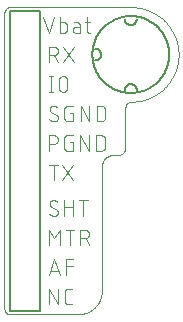
<source format=gto>
G75*
%MOIN*%
%OFA0B0*%
%FSLAX25Y25*%
%IPPOS*%
%LPD*%
%AMOC8*
5,1,8,0,0,1.08239X$1,22.5*
%
%ADD10C,0.00000*%
%ADD11C,0.00400*%
%ADD12C,0.00500*%
D10*
X0043854Y0005437D02*
X0043854Y0103862D01*
X0043853Y0103862D02*
X0043855Y0103948D01*
X0043860Y0104034D01*
X0043870Y0104119D01*
X0043883Y0104204D01*
X0043900Y0104288D01*
X0043920Y0104372D01*
X0043944Y0104454D01*
X0043972Y0104535D01*
X0044003Y0104616D01*
X0044037Y0104694D01*
X0044075Y0104771D01*
X0044117Y0104847D01*
X0044161Y0104920D01*
X0044209Y0104991D01*
X0044260Y0105061D01*
X0044314Y0105128D01*
X0044370Y0105192D01*
X0044430Y0105254D01*
X0044492Y0105314D01*
X0044556Y0105370D01*
X0044623Y0105424D01*
X0044693Y0105475D01*
X0044764Y0105523D01*
X0044838Y0105567D01*
X0044913Y0105609D01*
X0044990Y0105647D01*
X0045068Y0105681D01*
X0045149Y0105712D01*
X0045230Y0105740D01*
X0045312Y0105764D01*
X0045396Y0105784D01*
X0045480Y0105801D01*
X0045565Y0105814D01*
X0045650Y0105824D01*
X0045736Y0105829D01*
X0045822Y0105831D01*
X0086176Y0105831D01*
X0101924Y0090083D02*
X0101919Y0089702D01*
X0101906Y0089322D01*
X0101883Y0088942D01*
X0101850Y0088563D01*
X0101809Y0088185D01*
X0101759Y0087808D01*
X0101699Y0087432D01*
X0101631Y0087057D01*
X0101553Y0086685D01*
X0101466Y0086314D01*
X0101371Y0085946D01*
X0101266Y0085580D01*
X0101153Y0085217D01*
X0101031Y0084856D01*
X0100901Y0084499D01*
X0100761Y0084145D01*
X0100614Y0083794D01*
X0100457Y0083447D01*
X0100293Y0083104D01*
X0100120Y0082765D01*
X0099939Y0082430D01*
X0099750Y0082099D01*
X0099553Y0081774D01*
X0099349Y0081453D01*
X0099136Y0081137D01*
X0098916Y0080827D01*
X0098689Y0080521D01*
X0098454Y0080222D01*
X0098212Y0079928D01*
X0097964Y0079640D01*
X0097708Y0079358D01*
X0097445Y0079083D01*
X0097176Y0078814D01*
X0096901Y0078551D01*
X0096619Y0078295D01*
X0096331Y0078047D01*
X0096037Y0077805D01*
X0095738Y0077570D01*
X0095432Y0077343D01*
X0095122Y0077123D01*
X0094806Y0076910D01*
X0094485Y0076706D01*
X0094160Y0076509D01*
X0093829Y0076320D01*
X0093494Y0076139D01*
X0093155Y0075966D01*
X0092812Y0075802D01*
X0092465Y0075645D01*
X0092114Y0075498D01*
X0091760Y0075358D01*
X0091403Y0075228D01*
X0091042Y0075106D01*
X0090679Y0074993D01*
X0090313Y0074888D01*
X0089945Y0074793D01*
X0089574Y0074706D01*
X0089202Y0074628D01*
X0088827Y0074560D01*
X0088451Y0074500D01*
X0088074Y0074450D01*
X0087696Y0074409D01*
X0087317Y0074376D01*
X0086937Y0074353D01*
X0086557Y0074340D01*
X0086176Y0074335D01*
X0086090Y0074333D01*
X0086004Y0074328D01*
X0085919Y0074318D01*
X0085834Y0074305D01*
X0085750Y0074288D01*
X0085666Y0074268D01*
X0085584Y0074244D01*
X0085503Y0074216D01*
X0085422Y0074185D01*
X0085344Y0074151D01*
X0085267Y0074113D01*
X0085192Y0074071D01*
X0085118Y0074027D01*
X0085047Y0073979D01*
X0084977Y0073928D01*
X0084910Y0073874D01*
X0084846Y0073818D01*
X0084784Y0073758D01*
X0084724Y0073696D01*
X0084668Y0073632D01*
X0084614Y0073565D01*
X0084563Y0073495D01*
X0084515Y0073424D01*
X0084471Y0073351D01*
X0084429Y0073275D01*
X0084391Y0073198D01*
X0084357Y0073120D01*
X0084326Y0073039D01*
X0084298Y0072958D01*
X0084274Y0072876D01*
X0084254Y0072792D01*
X0084237Y0072708D01*
X0084224Y0072623D01*
X0084214Y0072538D01*
X0084209Y0072452D01*
X0084207Y0072366D01*
X0084208Y0072366D02*
X0084208Y0058980D01*
X0084206Y0058885D01*
X0084200Y0058790D01*
X0084191Y0058695D01*
X0084177Y0058601D01*
X0084160Y0058508D01*
X0084139Y0058415D01*
X0084115Y0058323D01*
X0084086Y0058232D01*
X0084055Y0058142D01*
X0084019Y0058054D01*
X0083980Y0057967D01*
X0083937Y0057882D01*
X0083892Y0057799D01*
X0083842Y0057718D01*
X0083790Y0057638D01*
X0083734Y0057561D01*
X0083676Y0057486D01*
X0083614Y0057414D01*
X0083549Y0057344D01*
X0083482Y0057277D01*
X0083412Y0057212D01*
X0083340Y0057150D01*
X0083265Y0057092D01*
X0083188Y0057036D01*
X0083108Y0056984D01*
X0083027Y0056934D01*
X0082944Y0056889D01*
X0082859Y0056846D01*
X0082772Y0056807D01*
X0082684Y0056771D01*
X0082594Y0056740D01*
X0082503Y0056711D01*
X0082411Y0056687D01*
X0082318Y0056666D01*
X0082225Y0056649D01*
X0082131Y0056635D01*
X0082036Y0056626D01*
X0081941Y0056620D01*
X0081846Y0056618D01*
X0080271Y0056618D01*
X0080147Y0056616D01*
X0080024Y0056610D01*
X0079900Y0056601D01*
X0079778Y0056587D01*
X0079655Y0056570D01*
X0079533Y0056548D01*
X0079412Y0056523D01*
X0079292Y0056494D01*
X0079173Y0056462D01*
X0079054Y0056425D01*
X0078937Y0056385D01*
X0078822Y0056342D01*
X0078707Y0056294D01*
X0078595Y0056243D01*
X0078484Y0056189D01*
X0078374Y0056131D01*
X0078267Y0056070D01*
X0078161Y0056005D01*
X0078058Y0055937D01*
X0077957Y0055866D01*
X0077858Y0055792D01*
X0077761Y0055715D01*
X0077667Y0055634D01*
X0077576Y0055551D01*
X0077487Y0055465D01*
X0077401Y0055376D01*
X0077318Y0055285D01*
X0077237Y0055191D01*
X0077160Y0055094D01*
X0077086Y0054995D01*
X0077015Y0054894D01*
X0076947Y0054791D01*
X0076882Y0054685D01*
X0076821Y0054578D01*
X0076763Y0054468D01*
X0076709Y0054357D01*
X0076658Y0054245D01*
X0076610Y0054130D01*
X0076567Y0054015D01*
X0076527Y0053898D01*
X0076490Y0053779D01*
X0076458Y0053660D01*
X0076429Y0053540D01*
X0076404Y0053419D01*
X0076382Y0053297D01*
X0076365Y0053174D01*
X0076351Y0053052D01*
X0076342Y0052928D01*
X0076336Y0052805D01*
X0076334Y0052681D01*
X0076334Y0011343D01*
X0076332Y0011153D01*
X0076325Y0010963D01*
X0076313Y0010773D01*
X0076297Y0010583D01*
X0076277Y0010394D01*
X0076251Y0010205D01*
X0076222Y0010017D01*
X0076187Y0009830D01*
X0076148Y0009644D01*
X0076105Y0009459D01*
X0076057Y0009274D01*
X0076005Y0009091D01*
X0075949Y0008910D01*
X0075888Y0008730D01*
X0075822Y0008551D01*
X0075753Y0008374D01*
X0075679Y0008198D01*
X0075601Y0008025D01*
X0075518Y0007853D01*
X0075432Y0007684D01*
X0075342Y0007516D01*
X0075247Y0007351D01*
X0075149Y0007188D01*
X0075046Y0007028D01*
X0074940Y0006870D01*
X0074830Y0006715D01*
X0074717Y0006562D01*
X0074599Y0006412D01*
X0074478Y0006266D01*
X0074354Y0006122D01*
X0074226Y0005981D01*
X0074095Y0005843D01*
X0073960Y0005708D01*
X0073822Y0005577D01*
X0073681Y0005449D01*
X0073537Y0005325D01*
X0073391Y0005204D01*
X0073241Y0005086D01*
X0073088Y0004973D01*
X0072933Y0004863D01*
X0072775Y0004757D01*
X0072615Y0004654D01*
X0072452Y0004556D01*
X0072287Y0004461D01*
X0072119Y0004371D01*
X0071950Y0004285D01*
X0071778Y0004202D01*
X0071605Y0004124D01*
X0071429Y0004050D01*
X0071252Y0003981D01*
X0071073Y0003915D01*
X0070893Y0003854D01*
X0070712Y0003798D01*
X0070529Y0003746D01*
X0070344Y0003698D01*
X0070159Y0003655D01*
X0069973Y0003616D01*
X0069786Y0003581D01*
X0069598Y0003552D01*
X0069409Y0003526D01*
X0069220Y0003506D01*
X0069030Y0003490D01*
X0068840Y0003478D01*
X0068650Y0003471D01*
X0068460Y0003469D01*
X0045822Y0003469D01*
X0045822Y0003468D02*
X0045736Y0003470D01*
X0045650Y0003475D01*
X0045565Y0003485D01*
X0045480Y0003498D01*
X0045396Y0003515D01*
X0045312Y0003535D01*
X0045230Y0003559D01*
X0045149Y0003587D01*
X0045068Y0003618D01*
X0044990Y0003652D01*
X0044913Y0003690D01*
X0044838Y0003732D01*
X0044764Y0003776D01*
X0044693Y0003824D01*
X0044623Y0003875D01*
X0044556Y0003929D01*
X0044492Y0003985D01*
X0044430Y0004045D01*
X0044370Y0004107D01*
X0044314Y0004171D01*
X0044260Y0004238D01*
X0044209Y0004308D01*
X0044161Y0004379D01*
X0044117Y0004453D01*
X0044075Y0004528D01*
X0044037Y0004605D01*
X0044003Y0004683D01*
X0043972Y0004764D01*
X0043944Y0004845D01*
X0043920Y0004927D01*
X0043900Y0005011D01*
X0043883Y0005095D01*
X0043870Y0005180D01*
X0043860Y0005265D01*
X0043855Y0005351D01*
X0043853Y0005437D01*
X0101924Y0090083D02*
X0101919Y0090464D01*
X0101906Y0090844D01*
X0101883Y0091224D01*
X0101850Y0091603D01*
X0101809Y0091981D01*
X0101759Y0092358D01*
X0101699Y0092734D01*
X0101631Y0093109D01*
X0101553Y0093481D01*
X0101466Y0093852D01*
X0101371Y0094220D01*
X0101266Y0094586D01*
X0101153Y0094949D01*
X0101031Y0095310D01*
X0100901Y0095667D01*
X0100761Y0096021D01*
X0100614Y0096372D01*
X0100457Y0096719D01*
X0100293Y0097062D01*
X0100120Y0097401D01*
X0099939Y0097736D01*
X0099750Y0098067D01*
X0099553Y0098392D01*
X0099349Y0098713D01*
X0099136Y0099029D01*
X0098916Y0099339D01*
X0098689Y0099645D01*
X0098454Y0099944D01*
X0098212Y0100238D01*
X0097964Y0100526D01*
X0097708Y0100808D01*
X0097445Y0101083D01*
X0097176Y0101352D01*
X0096901Y0101615D01*
X0096619Y0101871D01*
X0096331Y0102119D01*
X0096037Y0102361D01*
X0095738Y0102596D01*
X0095432Y0102823D01*
X0095122Y0103043D01*
X0094806Y0103256D01*
X0094485Y0103460D01*
X0094160Y0103657D01*
X0093829Y0103846D01*
X0093494Y0104027D01*
X0093155Y0104200D01*
X0092812Y0104364D01*
X0092465Y0104521D01*
X0092114Y0104668D01*
X0091760Y0104808D01*
X0091403Y0104938D01*
X0091042Y0105060D01*
X0090679Y0105173D01*
X0090313Y0105278D01*
X0089945Y0105373D01*
X0089574Y0105460D01*
X0089202Y0105538D01*
X0088827Y0105606D01*
X0088451Y0105666D01*
X0088074Y0105716D01*
X0087696Y0105757D01*
X0087317Y0105790D01*
X0086937Y0105813D01*
X0086557Y0105826D01*
X0086176Y0105831D01*
D11*
X0072514Y0100792D02*
X0070781Y0100792D01*
X0071359Y0102525D02*
X0071359Y0098192D01*
X0071358Y0098192D02*
X0071360Y0098135D01*
X0071365Y0098079D01*
X0071375Y0098023D01*
X0071388Y0097968D01*
X0071404Y0097913D01*
X0071424Y0097860D01*
X0071447Y0097809D01*
X0071474Y0097758D01*
X0071504Y0097710D01*
X0071537Y0097664D01*
X0071573Y0097620D01*
X0071612Y0097579D01*
X0071653Y0097540D01*
X0071697Y0097504D01*
X0071743Y0097471D01*
X0071792Y0097441D01*
X0071842Y0097414D01*
X0071893Y0097391D01*
X0071946Y0097371D01*
X0072001Y0097355D01*
X0072056Y0097342D01*
X0072112Y0097332D01*
X0072168Y0097327D01*
X0072225Y0097325D01*
X0072514Y0097325D01*
X0068953Y0097325D02*
X0068953Y0099925D01*
X0068953Y0099347D02*
X0067653Y0099347D01*
X0068954Y0099925D02*
X0068952Y0099982D01*
X0068947Y0100038D01*
X0068937Y0100094D01*
X0068924Y0100149D01*
X0068908Y0100204D01*
X0068888Y0100257D01*
X0068865Y0100308D01*
X0068838Y0100359D01*
X0068808Y0100407D01*
X0068775Y0100453D01*
X0068739Y0100497D01*
X0068700Y0100538D01*
X0068659Y0100577D01*
X0068615Y0100613D01*
X0068569Y0100646D01*
X0068521Y0100676D01*
X0068470Y0100703D01*
X0068419Y0100726D01*
X0068366Y0100746D01*
X0068311Y0100762D01*
X0068256Y0100775D01*
X0068200Y0100785D01*
X0068144Y0100790D01*
X0068087Y0100792D01*
X0066931Y0100792D01*
X0067653Y0099347D02*
X0067591Y0099345D01*
X0067529Y0099339D01*
X0067467Y0099330D01*
X0067406Y0099316D01*
X0067347Y0099299D01*
X0067288Y0099279D01*
X0067230Y0099254D01*
X0067175Y0099227D01*
X0067121Y0099196D01*
X0067069Y0099161D01*
X0067019Y0099124D01*
X0066972Y0099083D01*
X0066927Y0099040D01*
X0066885Y0098994D01*
X0066846Y0098945D01*
X0066810Y0098894D01*
X0066777Y0098842D01*
X0066748Y0098787D01*
X0066722Y0098730D01*
X0066699Y0098672D01*
X0066681Y0098613D01*
X0066665Y0098552D01*
X0066654Y0098491D01*
X0066646Y0098429D01*
X0066642Y0098367D01*
X0066642Y0098305D01*
X0066646Y0098243D01*
X0066654Y0098181D01*
X0066665Y0098120D01*
X0066681Y0098059D01*
X0066699Y0098000D01*
X0066722Y0097942D01*
X0066748Y0097885D01*
X0066777Y0097831D01*
X0066810Y0097778D01*
X0066846Y0097727D01*
X0066885Y0097678D01*
X0066927Y0097632D01*
X0066972Y0097589D01*
X0067019Y0097548D01*
X0067069Y0097511D01*
X0067121Y0097476D01*
X0067175Y0097445D01*
X0067230Y0097418D01*
X0067288Y0097393D01*
X0067347Y0097373D01*
X0067406Y0097356D01*
X0067467Y0097342D01*
X0067529Y0097333D01*
X0067591Y0097327D01*
X0067653Y0097325D01*
X0068953Y0097325D01*
X0067004Y0092683D02*
X0063538Y0087483D01*
X0061706Y0087483D02*
X0060551Y0089794D01*
X0060262Y0089794D02*
X0058817Y0089794D01*
X0060262Y0089794D02*
X0060338Y0089796D01*
X0060413Y0089802D01*
X0060488Y0089812D01*
X0060562Y0089826D01*
X0060636Y0089843D01*
X0060708Y0089865D01*
X0060779Y0089890D01*
X0060849Y0089919D01*
X0060918Y0089951D01*
X0060984Y0089987D01*
X0061048Y0090027D01*
X0061111Y0090070D01*
X0061171Y0090116D01*
X0061228Y0090165D01*
X0061283Y0090217D01*
X0061335Y0090272D01*
X0061384Y0090329D01*
X0061430Y0090389D01*
X0061473Y0090452D01*
X0061513Y0090516D01*
X0061549Y0090582D01*
X0061581Y0090651D01*
X0061610Y0090721D01*
X0061635Y0090792D01*
X0061657Y0090864D01*
X0061674Y0090938D01*
X0061688Y0091012D01*
X0061698Y0091087D01*
X0061704Y0091162D01*
X0061706Y0091238D01*
X0061704Y0091314D01*
X0061698Y0091389D01*
X0061688Y0091464D01*
X0061674Y0091538D01*
X0061657Y0091612D01*
X0061635Y0091684D01*
X0061610Y0091755D01*
X0061581Y0091825D01*
X0061549Y0091894D01*
X0061513Y0091960D01*
X0061473Y0092024D01*
X0061430Y0092087D01*
X0061384Y0092147D01*
X0061335Y0092204D01*
X0061283Y0092259D01*
X0061228Y0092311D01*
X0061171Y0092360D01*
X0061111Y0092406D01*
X0061048Y0092449D01*
X0060984Y0092489D01*
X0060918Y0092525D01*
X0060849Y0092557D01*
X0060779Y0092586D01*
X0060708Y0092611D01*
X0060636Y0092633D01*
X0060562Y0092650D01*
X0060488Y0092664D01*
X0060413Y0092674D01*
X0060338Y0092680D01*
X0060262Y0092682D01*
X0060262Y0092683D02*
X0058817Y0092683D01*
X0058817Y0087483D01*
X0058817Y0082840D02*
X0059973Y0082840D01*
X0059395Y0082840D02*
X0059395Y0077640D01*
X0058817Y0077640D02*
X0059973Y0077640D01*
X0061983Y0079085D02*
X0061983Y0081396D01*
X0061985Y0081472D01*
X0061991Y0081547D01*
X0062001Y0081622D01*
X0062015Y0081696D01*
X0062032Y0081770D01*
X0062054Y0081842D01*
X0062079Y0081913D01*
X0062108Y0081983D01*
X0062140Y0082052D01*
X0062176Y0082118D01*
X0062216Y0082182D01*
X0062259Y0082245D01*
X0062305Y0082305D01*
X0062354Y0082362D01*
X0062406Y0082417D01*
X0062461Y0082469D01*
X0062518Y0082518D01*
X0062578Y0082564D01*
X0062641Y0082607D01*
X0062705Y0082647D01*
X0062771Y0082683D01*
X0062840Y0082715D01*
X0062910Y0082744D01*
X0062981Y0082769D01*
X0063053Y0082791D01*
X0063127Y0082808D01*
X0063201Y0082822D01*
X0063276Y0082832D01*
X0063351Y0082838D01*
X0063427Y0082840D01*
X0063503Y0082838D01*
X0063578Y0082832D01*
X0063653Y0082822D01*
X0063727Y0082808D01*
X0063801Y0082791D01*
X0063873Y0082769D01*
X0063944Y0082744D01*
X0064014Y0082715D01*
X0064083Y0082683D01*
X0064149Y0082647D01*
X0064213Y0082607D01*
X0064276Y0082564D01*
X0064336Y0082518D01*
X0064393Y0082469D01*
X0064448Y0082417D01*
X0064500Y0082362D01*
X0064549Y0082305D01*
X0064595Y0082245D01*
X0064638Y0082182D01*
X0064678Y0082118D01*
X0064714Y0082052D01*
X0064746Y0081983D01*
X0064775Y0081913D01*
X0064800Y0081842D01*
X0064822Y0081770D01*
X0064839Y0081696D01*
X0064853Y0081622D01*
X0064863Y0081547D01*
X0064869Y0081472D01*
X0064871Y0081396D01*
X0064872Y0081396D02*
X0064872Y0079085D01*
X0064871Y0079085D02*
X0064869Y0079009D01*
X0064863Y0078934D01*
X0064853Y0078859D01*
X0064839Y0078785D01*
X0064822Y0078711D01*
X0064800Y0078639D01*
X0064775Y0078568D01*
X0064746Y0078498D01*
X0064714Y0078429D01*
X0064678Y0078363D01*
X0064638Y0078299D01*
X0064595Y0078236D01*
X0064549Y0078176D01*
X0064500Y0078119D01*
X0064448Y0078064D01*
X0064393Y0078012D01*
X0064336Y0077963D01*
X0064276Y0077917D01*
X0064213Y0077874D01*
X0064149Y0077834D01*
X0064083Y0077798D01*
X0064014Y0077766D01*
X0063944Y0077737D01*
X0063873Y0077712D01*
X0063801Y0077690D01*
X0063727Y0077673D01*
X0063653Y0077659D01*
X0063578Y0077649D01*
X0063503Y0077643D01*
X0063427Y0077641D01*
X0063351Y0077643D01*
X0063276Y0077649D01*
X0063201Y0077659D01*
X0063127Y0077673D01*
X0063053Y0077690D01*
X0062981Y0077712D01*
X0062910Y0077737D01*
X0062840Y0077766D01*
X0062771Y0077798D01*
X0062705Y0077834D01*
X0062641Y0077874D01*
X0062578Y0077917D01*
X0062518Y0077963D01*
X0062461Y0078012D01*
X0062406Y0078064D01*
X0062354Y0078119D01*
X0062305Y0078176D01*
X0062259Y0078236D01*
X0062216Y0078299D01*
X0062176Y0078363D01*
X0062140Y0078429D01*
X0062108Y0078498D01*
X0062079Y0078568D01*
X0062054Y0078639D01*
X0062032Y0078711D01*
X0062015Y0078785D01*
X0062001Y0078859D01*
X0061991Y0078934D01*
X0061985Y0079009D01*
X0061983Y0079085D01*
X0065013Y0072998D02*
X0066746Y0072998D01*
X0066746Y0070687D02*
X0065880Y0070687D01*
X0066746Y0070687D02*
X0066746Y0067798D01*
X0065013Y0067798D01*
X0065013Y0067797D02*
X0064946Y0067799D01*
X0064879Y0067805D01*
X0064812Y0067815D01*
X0064746Y0067828D01*
X0064681Y0067846D01*
X0064618Y0067867D01*
X0064555Y0067892D01*
X0064494Y0067920D01*
X0064435Y0067952D01*
X0064378Y0067987D01*
X0064323Y0068026D01*
X0064270Y0068067D01*
X0064220Y0068112D01*
X0064172Y0068160D01*
X0064127Y0068210D01*
X0064086Y0068263D01*
X0064047Y0068318D01*
X0064012Y0068375D01*
X0063980Y0068434D01*
X0063952Y0068495D01*
X0063927Y0068558D01*
X0063906Y0068621D01*
X0063888Y0068686D01*
X0063875Y0068752D01*
X0063865Y0068819D01*
X0063859Y0068886D01*
X0063857Y0068953D01*
X0063857Y0071842D01*
X0063859Y0071909D01*
X0063865Y0071976D01*
X0063875Y0072043D01*
X0063888Y0072109D01*
X0063906Y0072174D01*
X0063927Y0072237D01*
X0063952Y0072300D01*
X0063980Y0072361D01*
X0064012Y0072420D01*
X0064047Y0072477D01*
X0064086Y0072532D01*
X0064127Y0072585D01*
X0064172Y0072635D01*
X0064220Y0072683D01*
X0064270Y0072728D01*
X0064323Y0072769D01*
X0064378Y0072808D01*
X0064435Y0072843D01*
X0064494Y0072875D01*
X0064555Y0072903D01*
X0064618Y0072928D01*
X0064681Y0072949D01*
X0064746Y0072967D01*
X0064812Y0072980D01*
X0064879Y0072990D01*
X0064946Y0072996D01*
X0065013Y0072998D01*
X0061129Y0069964D02*
X0059540Y0070831D01*
X0060117Y0072998D02*
X0060204Y0072996D01*
X0060291Y0072991D01*
X0060378Y0072982D01*
X0060464Y0072970D01*
X0060550Y0072954D01*
X0060635Y0072935D01*
X0060719Y0072913D01*
X0060802Y0072887D01*
X0060884Y0072858D01*
X0060965Y0072825D01*
X0061045Y0072789D01*
X0061123Y0072750D01*
X0061199Y0072708D01*
X0061274Y0072663D01*
X0061346Y0072615D01*
X0061417Y0072565D01*
X0059539Y0070831D02*
X0059482Y0070867D01*
X0059426Y0070906D01*
X0059374Y0070948D01*
X0059323Y0070994D01*
X0059276Y0071042D01*
X0059231Y0071093D01*
X0059190Y0071146D01*
X0059151Y0071202D01*
X0059116Y0071260D01*
X0059084Y0071319D01*
X0059055Y0071381D01*
X0059031Y0071444D01*
X0059009Y0071508D01*
X0058992Y0071574D01*
X0058979Y0071640D01*
X0058969Y0071707D01*
X0058963Y0071774D01*
X0058961Y0071842D01*
X0058963Y0071909D01*
X0058969Y0071976D01*
X0058979Y0072043D01*
X0058992Y0072109D01*
X0059010Y0072174D01*
X0059031Y0072237D01*
X0059056Y0072300D01*
X0059084Y0072361D01*
X0059116Y0072420D01*
X0059151Y0072477D01*
X0059190Y0072532D01*
X0059231Y0072585D01*
X0059276Y0072635D01*
X0059324Y0072683D01*
X0059374Y0072728D01*
X0059427Y0072769D01*
X0059482Y0072808D01*
X0059539Y0072843D01*
X0059598Y0072875D01*
X0059659Y0072903D01*
X0059722Y0072928D01*
X0059785Y0072949D01*
X0059850Y0072967D01*
X0059916Y0072980D01*
X0059983Y0072990D01*
X0060050Y0072996D01*
X0060117Y0072998D01*
X0058818Y0068520D02*
X0058887Y0068453D01*
X0058959Y0068389D01*
X0059033Y0068327D01*
X0059110Y0068269D01*
X0059188Y0068214D01*
X0059269Y0068161D01*
X0059352Y0068112D01*
X0059437Y0068067D01*
X0059524Y0068025D01*
X0059612Y0067986D01*
X0059702Y0067950D01*
X0059793Y0067919D01*
X0059885Y0067891D01*
X0059978Y0067866D01*
X0060072Y0067845D01*
X0060167Y0067828D01*
X0060263Y0067815D01*
X0060358Y0067806D01*
X0060455Y0067800D01*
X0060551Y0067798D01*
X0060551Y0067797D02*
X0060618Y0067799D01*
X0060685Y0067805D01*
X0060752Y0067815D01*
X0060818Y0067828D01*
X0060883Y0067846D01*
X0060946Y0067867D01*
X0061009Y0067892D01*
X0061070Y0067920D01*
X0061129Y0067952D01*
X0061186Y0067987D01*
X0061241Y0068026D01*
X0061294Y0068067D01*
X0061344Y0068112D01*
X0061392Y0068160D01*
X0061437Y0068210D01*
X0061478Y0068263D01*
X0061517Y0068318D01*
X0061552Y0068375D01*
X0061584Y0068434D01*
X0061612Y0068495D01*
X0061637Y0068558D01*
X0061658Y0068621D01*
X0061676Y0068686D01*
X0061689Y0068752D01*
X0061699Y0068819D01*
X0061705Y0068886D01*
X0061707Y0068953D01*
X0061705Y0069021D01*
X0061699Y0069088D01*
X0061689Y0069155D01*
X0061676Y0069221D01*
X0061659Y0069287D01*
X0061637Y0069351D01*
X0061613Y0069414D01*
X0061584Y0069476D01*
X0061552Y0069535D01*
X0061517Y0069593D01*
X0061478Y0069649D01*
X0061437Y0069702D01*
X0061392Y0069753D01*
X0061345Y0069801D01*
X0061294Y0069847D01*
X0061242Y0069889D01*
X0061186Y0069928D01*
X0061129Y0069964D01*
X0060262Y0063155D02*
X0058817Y0063155D01*
X0058817Y0057955D01*
X0058817Y0060266D02*
X0060262Y0060266D01*
X0060262Y0060267D02*
X0060338Y0060269D01*
X0060413Y0060275D01*
X0060488Y0060285D01*
X0060562Y0060299D01*
X0060636Y0060316D01*
X0060708Y0060338D01*
X0060779Y0060363D01*
X0060849Y0060392D01*
X0060918Y0060424D01*
X0060984Y0060460D01*
X0061048Y0060500D01*
X0061111Y0060543D01*
X0061171Y0060589D01*
X0061228Y0060638D01*
X0061283Y0060690D01*
X0061335Y0060745D01*
X0061384Y0060802D01*
X0061430Y0060862D01*
X0061473Y0060925D01*
X0061513Y0060989D01*
X0061549Y0061055D01*
X0061581Y0061124D01*
X0061610Y0061194D01*
X0061635Y0061265D01*
X0061657Y0061337D01*
X0061674Y0061411D01*
X0061688Y0061485D01*
X0061698Y0061560D01*
X0061704Y0061635D01*
X0061706Y0061711D01*
X0061704Y0061787D01*
X0061698Y0061862D01*
X0061688Y0061937D01*
X0061674Y0062011D01*
X0061657Y0062085D01*
X0061635Y0062157D01*
X0061610Y0062228D01*
X0061581Y0062298D01*
X0061549Y0062367D01*
X0061513Y0062433D01*
X0061473Y0062497D01*
X0061430Y0062560D01*
X0061384Y0062620D01*
X0061335Y0062677D01*
X0061283Y0062732D01*
X0061228Y0062784D01*
X0061171Y0062833D01*
X0061111Y0062879D01*
X0061048Y0062922D01*
X0060984Y0062962D01*
X0060918Y0062998D01*
X0060849Y0063030D01*
X0060779Y0063059D01*
X0060708Y0063084D01*
X0060636Y0063106D01*
X0060562Y0063123D01*
X0060488Y0063137D01*
X0060413Y0063147D01*
X0060338Y0063153D01*
X0060262Y0063155D01*
X0063787Y0062000D02*
X0063787Y0059111D01*
X0063786Y0059111D02*
X0063788Y0059044D01*
X0063794Y0058977D01*
X0063804Y0058910D01*
X0063817Y0058844D01*
X0063835Y0058779D01*
X0063856Y0058716D01*
X0063881Y0058653D01*
X0063909Y0058592D01*
X0063941Y0058533D01*
X0063976Y0058476D01*
X0064015Y0058421D01*
X0064056Y0058368D01*
X0064101Y0058318D01*
X0064149Y0058270D01*
X0064199Y0058225D01*
X0064252Y0058184D01*
X0064307Y0058145D01*
X0064364Y0058110D01*
X0064423Y0058078D01*
X0064484Y0058050D01*
X0064547Y0058025D01*
X0064610Y0058004D01*
X0064675Y0057986D01*
X0064741Y0057973D01*
X0064808Y0057963D01*
X0064875Y0057957D01*
X0064942Y0057955D01*
X0066676Y0057955D01*
X0066676Y0060844D01*
X0065809Y0060844D01*
X0063786Y0062000D02*
X0063788Y0062067D01*
X0063794Y0062134D01*
X0063804Y0062201D01*
X0063817Y0062267D01*
X0063835Y0062332D01*
X0063856Y0062395D01*
X0063881Y0062458D01*
X0063909Y0062519D01*
X0063941Y0062578D01*
X0063976Y0062635D01*
X0064015Y0062690D01*
X0064056Y0062743D01*
X0064101Y0062793D01*
X0064149Y0062841D01*
X0064199Y0062886D01*
X0064252Y0062927D01*
X0064307Y0062966D01*
X0064364Y0063001D01*
X0064423Y0063033D01*
X0064484Y0063061D01*
X0064547Y0063086D01*
X0064610Y0063107D01*
X0064675Y0063125D01*
X0064741Y0063138D01*
X0064808Y0063148D01*
X0064875Y0063154D01*
X0064942Y0063156D01*
X0064942Y0063155D02*
X0066676Y0063155D01*
X0069163Y0063155D02*
X0072052Y0057955D01*
X0072052Y0063155D01*
X0074539Y0063155D02*
X0075983Y0063155D01*
X0076059Y0063153D01*
X0076134Y0063147D01*
X0076209Y0063137D01*
X0076283Y0063123D01*
X0076357Y0063106D01*
X0076429Y0063084D01*
X0076500Y0063059D01*
X0076570Y0063030D01*
X0076639Y0062998D01*
X0076705Y0062962D01*
X0076769Y0062922D01*
X0076832Y0062879D01*
X0076892Y0062833D01*
X0076949Y0062784D01*
X0077004Y0062732D01*
X0077056Y0062677D01*
X0077105Y0062620D01*
X0077151Y0062560D01*
X0077194Y0062497D01*
X0077234Y0062433D01*
X0077270Y0062367D01*
X0077302Y0062298D01*
X0077331Y0062228D01*
X0077356Y0062157D01*
X0077378Y0062085D01*
X0077395Y0062011D01*
X0077409Y0061937D01*
X0077419Y0061862D01*
X0077425Y0061787D01*
X0077427Y0061711D01*
X0077428Y0061711D02*
X0077428Y0059400D01*
X0077427Y0059400D02*
X0077425Y0059324D01*
X0077419Y0059249D01*
X0077409Y0059174D01*
X0077395Y0059100D01*
X0077378Y0059026D01*
X0077356Y0058954D01*
X0077331Y0058883D01*
X0077302Y0058813D01*
X0077270Y0058744D01*
X0077234Y0058678D01*
X0077194Y0058614D01*
X0077151Y0058551D01*
X0077105Y0058491D01*
X0077056Y0058434D01*
X0077004Y0058379D01*
X0076949Y0058327D01*
X0076892Y0058278D01*
X0076832Y0058232D01*
X0076769Y0058189D01*
X0076705Y0058149D01*
X0076639Y0058113D01*
X0076570Y0058081D01*
X0076500Y0058052D01*
X0076429Y0058027D01*
X0076357Y0058005D01*
X0076283Y0057988D01*
X0076209Y0057974D01*
X0076134Y0057964D01*
X0076059Y0057958D01*
X0075983Y0057956D01*
X0075983Y0057955D02*
X0074539Y0057955D01*
X0074539Y0063155D01*
X0074609Y0067798D02*
X0076054Y0067798D01*
X0076130Y0067800D01*
X0076205Y0067806D01*
X0076280Y0067816D01*
X0076354Y0067830D01*
X0076428Y0067847D01*
X0076500Y0067869D01*
X0076571Y0067894D01*
X0076641Y0067923D01*
X0076710Y0067955D01*
X0076776Y0067991D01*
X0076840Y0068031D01*
X0076903Y0068074D01*
X0076963Y0068120D01*
X0077020Y0068169D01*
X0077075Y0068221D01*
X0077127Y0068276D01*
X0077176Y0068333D01*
X0077222Y0068393D01*
X0077265Y0068456D01*
X0077305Y0068520D01*
X0077341Y0068586D01*
X0077373Y0068655D01*
X0077402Y0068725D01*
X0077427Y0068796D01*
X0077449Y0068868D01*
X0077466Y0068942D01*
X0077480Y0069016D01*
X0077490Y0069091D01*
X0077496Y0069166D01*
X0077498Y0069242D01*
X0077498Y0071553D01*
X0077496Y0071629D01*
X0077490Y0071704D01*
X0077480Y0071779D01*
X0077466Y0071853D01*
X0077449Y0071927D01*
X0077427Y0071999D01*
X0077402Y0072070D01*
X0077373Y0072140D01*
X0077341Y0072209D01*
X0077305Y0072275D01*
X0077265Y0072339D01*
X0077222Y0072402D01*
X0077176Y0072462D01*
X0077127Y0072519D01*
X0077075Y0072574D01*
X0077020Y0072626D01*
X0076963Y0072675D01*
X0076903Y0072721D01*
X0076840Y0072764D01*
X0076776Y0072804D01*
X0076710Y0072840D01*
X0076641Y0072872D01*
X0076571Y0072901D01*
X0076500Y0072926D01*
X0076428Y0072948D01*
X0076354Y0072965D01*
X0076280Y0072979D01*
X0076205Y0072989D01*
X0076130Y0072995D01*
X0076054Y0072997D01*
X0076054Y0072998D02*
X0074609Y0072998D01*
X0074609Y0067798D01*
X0072122Y0067798D02*
X0072122Y0072998D01*
X0069233Y0072998D02*
X0069233Y0067798D01*
X0072122Y0067798D02*
X0069233Y0072998D01*
X0069163Y0063155D02*
X0069163Y0057955D01*
X0066699Y0053313D02*
X0063232Y0048113D01*
X0060262Y0048113D02*
X0060262Y0053313D01*
X0061706Y0053313D02*
X0058817Y0053313D01*
X0063232Y0053313D02*
X0066699Y0048113D01*
X0066746Y0041502D02*
X0066746Y0036302D01*
X0066746Y0039190D02*
X0063857Y0039190D01*
X0063857Y0041502D02*
X0063857Y0036302D01*
X0061129Y0038468D02*
X0059540Y0039335D01*
X0060117Y0041502D02*
X0060204Y0041500D01*
X0060291Y0041495D01*
X0060378Y0041486D01*
X0060464Y0041474D01*
X0060550Y0041458D01*
X0060635Y0041439D01*
X0060719Y0041417D01*
X0060802Y0041391D01*
X0060884Y0041362D01*
X0060965Y0041329D01*
X0061045Y0041293D01*
X0061123Y0041254D01*
X0061199Y0041212D01*
X0061274Y0041167D01*
X0061346Y0041119D01*
X0061417Y0041069D01*
X0059539Y0039335D02*
X0059482Y0039371D01*
X0059426Y0039410D01*
X0059374Y0039452D01*
X0059323Y0039498D01*
X0059276Y0039546D01*
X0059231Y0039597D01*
X0059190Y0039650D01*
X0059151Y0039706D01*
X0059116Y0039764D01*
X0059084Y0039823D01*
X0059055Y0039885D01*
X0059031Y0039948D01*
X0059009Y0040012D01*
X0058992Y0040078D01*
X0058979Y0040144D01*
X0058969Y0040211D01*
X0058963Y0040278D01*
X0058961Y0040346D01*
X0058963Y0040413D01*
X0058969Y0040480D01*
X0058979Y0040547D01*
X0058992Y0040613D01*
X0059010Y0040678D01*
X0059031Y0040741D01*
X0059056Y0040804D01*
X0059084Y0040865D01*
X0059116Y0040924D01*
X0059151Y0040981D01*
X0059190Y0041036D01*
X0059231Y0041089D01*
X0059276Y0041139D01*
X0059324Y0041187D01*
X0059374Y0041232D01*
X0059427Y0041273D01*
X0059482Y0041312D01*
X0059539Y0041347D01*
X0059598Y0041379D01*
X0059659Y0041407D01*
X0059722Y0041432D01*
X0059785Y0041453D01*
X0059850Y0041471D01*
X0059916Y0041484D01*
X0059983Y0041494D01*
X0060050Y0041500D01*
X0060117Y0041502D01*
X0058818Y0037024D02*
X0058887Y0036957D01*
X0058959Y0036893D01*
X0059033Y0036831D01*
X0059110Y0036773D01*
X0059188Y0036718D01*
X0059269Y0036665D01*
X0059352Y0036616D01*
X0059437Y0036571D01*
X0059524Y0036529D01*
X0059612Y0036490D01*
X0059702Y0036454D01*
X0059793Y0036423D01*
X0059885Y0036395D01*
X0059978Y0036370D01*
X0060072Y0036349D01*
X0060167Y0036332D01*
X0060263Y0036319D01*
X0060358Y0036310D01*
X0060455Y0036304D01*
X0060551Y0036302D01*
X0060551Y0036301D02*
X0060618Y0036303D01*
X0060685Y0036309D01*
X0060752Y0036319D01*
X0060818Y0036332D01*
X0060883Y0036350D01*
X0060946Y0036371D01*
X0061009Y0036396D01*
X0061070Y0036424D01*
X0061129Y0036456D01*
X0061186Y0036491D01*
X0061241Y0036530D01*
X0061294Y0036571D01*
X0061344Y0036616D01*
X0061392Y0036664D01*
X0061437Y0036714D01*
X0061478Y0036767D01*
X0061517Y0036822D01*
X0061552Y0036879D01*
X0061584Y0036938D01*
X0061612Y0036999D01*
X0061637Y0037062D01*
X0061658Y0037125D01*
X0061676Y0037190D01*
X0061689Y0037256D01*
X0061699Y0037323D01*
X0061705Y0037390D01*
X0061707Y0037457D01*
X0061705Y0037525D01*
X0061699Y0037592D01*
X0061689Y0037659D01*
X0061676Y0037725D01*
X0061659Y0037791D01*
X0061637Y0037855D01*
X0061613Y0037918D01*
X0061584Y0037980D01*
X0061552Y0038039D01*
X0061517Y0038097D01*
X0061478Y0038153D01*
X0061437Y0038206D01*
X0061392Y0038257D01*
X0061345Y0038305D01*
X0061294Y0038351D01*
X0061242Y0038393D01*
X0061186Y0038432D01*
X0061129Y0038468D01*
X0062284Y0031659D02*
X0062284Y0026459D01*
X0060551Y0028770D02*
X0062284Y0031659D01*
X0064314Y0031659D02*
X0067203Y0031659D01*
X0065759Y0031659D02*
X0065759Y0026459D01*
X0069217Y0026459D02*
X0069217Y0031659D01*
X0070661Y0031659D01*
X0070737Y0031657D01*
X0070812Y0031651D01*
X0070887Y0031641D01*
X0070961Y0031627D01*
X0071035Y0031610D01*
X0071107Y0031588D01*
X0071178Y0031563D01*
X0071248Y0031534D01*
X0071317Y0031502D01*
X0071383Y0031466D01*
X0071447Y0031426D01*
X0071510Y0031383D01*
X0071570Y0031337D01*
X0071627Y0031288D01*
X0071682Y0031236D01*
X0071734Y0031181D01*
X0071783Y0031124D01*
X0071829Y0031064D01*
X0071872Y0031001D01*
X0071912Y0030937D01*
X0071948Y0030871D01*
X0071980Y0030802D01*
X0072009Y0030732D01*
X0072034Y0030661D01*
X0072056Y0030589D01*
X0072073Y0030515D01*
X0072087Y0030441D01*
X0072097Y0030366D01*
X0072103Y0030291D01*
X0072105Y0030215D01*
X0072103Y0030139D01*
X0072097Y0030064D01*
X0072087Y0029989D01*
X0072073Y0029915D01*
X0072056Y0029841D01*
X0072034Y0029769D01*
X0072009Y0029698D01*
X0071980Y0029628D01*
X0071948Y0029559D01*
X0071912Y0029493D01*
X0071872Y0029429D01*
X0071829Y0029366D01*
X0071783Y0029306D01*
X0071734Y0029249D01*
X0071682Y0029194D01*
X0071627Y0029142D01*
X0071570Y0029093D01*
X0071510Y0029047D01*
X0071447Y0029004D01*
X0071383Y0028964D01*
X0071317Y0028928D01*
X0071248Y0028896D01*
X0071178Y0028867D01*
X0071107Y0028842D01*
X0071035Y0028820D01*
X0070961Y0028803D01*
X0070887Y0028789D01*
X0070812Y0028779D01*
X0070737Y0028773D01*
X0070661Y0028771D01*
X0070661Y0028770D02*
X0069217Y0028770D01*
X0070950Y0028770D02*
X0072106Y0026459D01*
X0066635Y0021817D02*
X0064324Y0021817D01*
X0064324Y0016617D01*
X0062284Y0016617D02*
X0060551Y0021817D01*
X0058817Y0016617D01*
X0059251Y0017917D02*
X0061851Y0017917D01*
X0064324Y0019505D02*
X0066635Y0019505D01*
X0066323Y0011974D02*
X0065167Y0011974D01*
X0065100Y0011972D01*
X0065033Y0011966D01*
X0064966Y0011956D01*
X0064900Y0011943D01*
X0064835Y0011925D01*
X0064772Y0011904D01*
X0064709Y0011879D01*
X0064648Y0011851D01*
X0064589Y0011819D01*
X0064532Y0011784D01*
X0064477Y0011745D01*
X0064424Y0011704D01*
X0064374Y0011659D01*
X0064326Y0011611D01*
X0064281Y0011561D01*
X0064240Y0011508D01*
X0064201Y0011453D01*
X0064166Y0011396D01*
X0064134Y0011337D01*
X0064106Y0011276D01*
X0064081Y0011213D01*
X0064060Y0011150D01*
X0064042Y0011085D01*
X0064029Y0011019D01*
X0064019Y0010952D01*
X0064013Y0010885D01*
X0064011Y0010818D01*
X0064012Y0010818D02*
X0064012Y0007930D01*
X0064011Y0007930D02*
X0064013Y0007863D01*
X0064019Y0007796D01*
X0064029Y0007729D01*
X0064042Y0007663D01*
X0064060Y0007598D01*
X0064081Y0007535D01*
X0064106Y0007472D01*
X0064134Y0007411D01*
X0064166Y0007352D01*
X0064201Y0007295D01*
X0064240Y0007240D01*
X0064281Y0007187D01*
X0064326Y0007137D01*
X0064374Y0007089D01*
X0064424Y0007044D01*
X0064477Y0007003D01*
X0064532Y0006964D01*
X0064589Y0006929D01*
X0064648Y0006897D01*
X0064709Y0006869D01*
X0064772Y0006844D01*
X0064835Y0006823D01*
X0064900Y0006805D01*
X0064966Y0006792D01*
X0065033Y0006782D01*
X0065100Y0006776D01*
X0065167Y0006774D01*
X0066323Y0006774D01*
X0061706Y0006774D02*
X0061706Y0011974D01*
X0058817Y0011974D02*
X0061706Y0006774D01*
X0058817Y0006774D02*
X0058817Y0011974D01*
X0058817Y0026459D02*
X0058817Y0031659D01*
X0060551Y0028770D01*
X0070174Y0036302D02*
X0070174Y0041502D01*
X0071618Y0041502D02*
X0068729Y0041502D01*
X0067004Y0087483D02*
X0063538Y0092683D01*
X0063768Y0097325D02*
X0062323Y0097325D01*
X0062323Y0102525D01*
X0062323Y0100792D02*
X0063768Y0100792D01*
X0063825Y0100790D01*
X0063881Y0100785D01*
X0063937Y0100775D01*
X0063992Y0100762D01*
X0064047Y0100746D01*
X0064100Y0100726D01*
X0064151Y0100703D01*
X0064202Y0100676D01*
X0064250Y0100646D01*
X0064296Y0100613D01*
X0064340Y0100577D01*
X0064381Y0100538D01*
X0064420Y0100497D01*
X0064456Y0100453D01*
X0064489Y0100407D01*
X0064519Y0100359D01*
X0064546Y0100308D01*
X0064569Y0100257D01*
X0064589Y0100204D01*
X0064605Y0100149D01*
X0064618Y0100094D01*
X0064628Y0100038D01*
X0064633Y0099982D01*
X0064635Y0099925D01*
X0064634Y0099925D02*
X0064634Y0098192D01*
X0064635Y0098192D02*
X0064633Y0098135D01*
X0064628Y0098079D01*
X0064618Y0098023D01*
X0064605Y0097968D01*
X0064589Y0097913D01*
X0064569Y0097860D01*
X0064546Y0097809D01*
X0064519Y0097758D01*
X0064489Y0097710D01*
X0064456Y0097664D01*
X0064420Y0097620D01*
X0064381Y0097579D01*
X0064340Y0097540D01*
X0064296Y0097504D01*
X0064250Y0097471D01*
X0064201Y0097441D01*
X0064151Y0097414D01*
X0064100Y0097391D01*
X0064047Y0097371D01*
X0063992Y0097355D01*
X0063937Y0097342D01*
X0063881Y0097332D01*
X0063825Y0097327D01*
X0063768Y0097325D01*
X0058582Y0097325D02*
X0060316Y0102525D01*
X0056849Y0102525D02*
X0058582Y0097325D01*
D12*
X0055743Y0104650D02*
X0055743Y0004650D01*
X0045743Y0004650D01*
X0045743Y0104650D01*
X0055743Y0104650D01*
X0074169Y0088114D02*
X0074255Y0088116D01*
X0074341Y0088121D01*
X0074426Y0088131D01*
X0074511Y0088144D01*
X0074595Y0088161D01*
X0074679Y0088181D01*
X0074761Y0088205D01*
X0074842Y0088233D01*
X0074923Y0088264D01*
X0075001Y0088298D01*
X0075078Y0088336D01*
X0075154Y0088378D01*
X0075227Y0088422D01*
X0075298Y0088470D01*
X0075368Y0088521D01*
X0075435Y0088575D01*
X0075499Y0088631D01*
X0075561Y0088691D01*
X0075621Y0088753D01*
X0075677Y0088817D01*
X0075731Y0088884D01*
X0075782Y0088954D01*
X0075830Y0089025D01*
X0075874Y0089099D01*
X0075916Y0089174D01*
X0075954Y0089251D01*
X0075988Y0089329D01*
X0076019Y0089410D01*
X0076047Y0089491D01*
X0076071Y0089573D01*
X0076091Y0089657D01*
X0076108Y0089741D01*
X0076121Y0089826D01*
X0076131Y0089911D01*
X0076136Y0089997D01*
X0076138Y0090083D01*
X0076136Y0090169D01*
X0076131Y0090255D01*
X0076121Y0090340D01*
X0076108Y0090425D01*
X0076091Y0090509D01*
X0076071Y0090593D01*
X0076047Y0090675D01*
X0076019Y0090756D01*
X0075988Y0090837D01*
X0075954Y0090915D01*
X0075916Y0090992D01*
X0075874Y0091068D01*
X0075830Y0091141D01*
X0075782Y0091212D01*
X0075731Y0091282D01*
X0075677Y0091349D01*
X0075621Y0091413D01*
X0075561Y0091475D01*
X0075499Y0091535D01*
X0075435Y0091591D01*
X0075368Y0091645D01*
X0075298Y0091696D01*
X0075227Y0091744D01*
X0075154Y0091788D01*
X0075078Y0091830D01*
X0075001Y0091868D01*
X0074923Y0091902D01*
X0074842Y0091933D01*
X0074761Y0091961D01*
X0074679Y0091985D01*
X0074595Y0092005D01*
X0074511Y0092022D01*
X0074426Y0092035D01*
X0074341Y0092045D01*
X0074255Y0092050D01*
X0074169Y0092052D01*
X0073185Y0090083D02*
X0073189Y0090397D01*
X0073200Y0090711D01*
X0073220Y0091024D01*
X0073247Y0091337D01*
X0073281Y0091649D01*
X0073323Y0091960D01*
X0073373Y0092270D01*
X0073431Y0092579D01*
X0073496Y0092886D01*
X0073568Y0093192D01*
X0073648Y0093496D01*
X0073736Y0093797D01*
X0073831Y0094097D01*
X0073933Y0094394D01*
X0074042Y0094688D01*
X0074159Y0094979D01*
X0074283Y0095268D01*
X0074413Y0095554D01*
X0074551Y0095836D01*
X0074696Y0096115D01*
X0074847Y0096390D01*
X0075005Y0096661D01*
X0075170Y0096928D01*
X0075341Y0097192D01*
X0075519Y0097450D01*
X0075703Y0097705D01*
X0075893Y0097955D01*
X0076089Y0098200D01*
X0076292Y0098440D01*
X0076500Y0098676D01*
X0076713Y0098906D01*
X0076933Y0099130D01*
X0077157Y0099350D01*
X0077387Y0099563D01*
X0077623Y0099771D01*
X0077863Y0099974D01*
X0078108Y0100170D01*
X0078358Y0100360D01*
X0078613Y0100544D01*
X0078871Y0100722D01*
X0079135Y0100893D01*
X0079402Y0101058D01*
X0079673Y0101216D01*
X0079948Y0101367D01*
X0080227Y0101512D01*
X0080509Y0101650D01*
X0080795Y0101780D01*
X0081084Y0101904D01*
X0081375Y0102021D01*
X0081669Y0102130D01*
X0081966Y0102232D01*
X0082266Y0102327D01*
X0082567Y0102415D01*
X0082871Y0102495D01*
X0083177Y0102567D01*
X0083484Y0102632D01*
X0083793Y0102690D01*
X0084103Y0102740D01*
X0084414Y0102782D01*
X0084726Y0102816D01*
X0085039Y0102843D01*
X0085352Y0102863D01*
X0085666Y0102874D01*
X0085980Y0102878D01*
X0086294Y0102874D01*
X0086608Y0102863D01*
X0086921Y0102843D01*
X0087234Y0102816D01*
X0087546Y0102782D01*
X0087857Y0102740D01*
X0088167Y0102690D01*
X0088476Y0102632D01*
X0088783Y0102567D01*
X0089089Y0102495D01*
X0089393Y0102415D01*
X0089694Y0102327D01*
X0089994Y0102232D01*
X0090291Y0102130D01*
X0090585Y0102021D01*
X0090876Y0101904D01*
X0091165Y0101780D01*
X0091451Y0101650D01*
X0091733Y0101512D01*
X0092012Y0101367D01*
X0092287Y0101216D01*
X0092558Y0101058D01*
X0092825Y0100893D01*
X0093089Y0100722D01*
X0093347Y0100544D01*
X0093602Y0100360D01*
X0093852Y0100170D01*
X0094097Y0099974D01*
X0094337Y0099771D01*
X0094573Y0099563D01*
X0094803Y0099350D01*
X0095027Y0099130D01*
X0095247Y0098906D01*
X0095460Y0098676D01*
X0095668Y0098440D01*
X0095871Y0098200D01*
X0096067Y0097955D01*
X0096257Y0097705D01*
X0096441Y0097450D01*
X0096619Y0097192D01*
X0096790Y0096928D01*
X0096955Y0096661D01*
X0097113Y0096390D01*
X0097264Y0096115D01*
X0097409Y0095836D01*
X0097547Y0095554D01*
X0097677Y0095268D01*
X0097801Y0094979D01*
X0097918Y0094688D01*
X0098027Y0094394D01*
X0098129Y0094097D01*
X0098224Y0093797D01*
X0098312Y0093496D01*
X0098392Y0093192D01*
X0098464Y0092886D01*
X0098529Y0092579D01*
X0098587Y0092270D01*
X0098637Y0091960D01*
X0098679Y0091649D01*
X0098713Y0091337D01*
X0098740Y0091024D01*
X0098760Y0090711D01*
X0098771Y0090397D01*
X0098775Y0090083D01*
X0098771Y0089769D01*
X0098760Y0089455D01*
X0098740Y0089142D01*
X0098713Y0088829D01*
X0098679Y0088517D01*
X0098637Y0088206D01*
X0098587Y0087896D01*
X0098529Y0087587D01*
X0098464Y0087280D01*
X0098392Y0086974D01*
X0098312Y0086670D01*
X0098224Y0086369D01*
X0098129Y0086069D01*
X0098027Y0085772D01*
X0097918Y0085478D01*
X0097801Y0085187D01*
X0097677Y0084898D01*
X0097547Y0084612D01*
X0097409Y0084330D01*
X0097264Y0084051D01*
X0097113Y0083776D01*
X0096955Y0083505D01*
X0096790Y0083238D01*
X0096619Y0082974D01*
X0096441Y0082716D01*
X0096257Y0082461D01*
X0096067Y0082211D01*
X0095871Y0081966D01*
X0095668Y0081726D01*
X0095460Y0081490D01*
X0095247Y0081260D01*
X0095027Y0081036D01*
X0094803Y0080816D01*
X0094573Y0080603D01*
X0094337Y0080395D01*
X0094097Y0080192D01*
X0093852Y0079996D01*
X0093602Y0079806D01*
X0093347Y0079622D01*
X0093089Y0079444D01*
X0092825Y0079273D01*
X0092558Y0079108D01*
X0092287Y0078950D01*
X0092012Y0078799D01*
X0091733Y0078654D01*
X0091451Y0078516D01*
X0091165Y0078386D01*
X0090876Y0078262D01*
X0090585Y0078145D01*
X0090291Y0078036D01*
X0089994Y0077934D01*
X0089694Y0077839D01*
X0089393Y0077751D01*
X0089089Y0077671D01*
X0088783Y0077599D01*
X0088476Y0077534D01*
X0088167Y0077476D01*
X0087857Y0077426D01*
X0087546Y0077384D01*
X0087234Y0077350D01*
X0086921Y0077323D01*
X0086608Y0077303D01*
X0086294Y0077292D01*
X0085980Y0077288D01*
X0085666Y0077292D01*
X0085352Y0077303D01*
X0085039Y0077323D01*
X0084726Y0077350D01*
X0084414Y0077384D01*
X0084103Y0077426D01*
X0083793Y0077476D01*
X0083484Y0077534D01*
X0083177Y0077599D01*
X0082871Y0077671D01*
X0082567Y0077751D01*
X0082266Y0077839D01*
X0081966Y0077934D01*
X0081669Y0078036D01*
X0081375Y0078145D01*
X0081084Y0078262D01*
X0080795Y0078386D01*
X0080509Y0078516D01*
X0080227Y0078654D01*
X0079948Y0078799D01*
X0079673Y0078950D01*
X0079402Y0079108D01*
X0079135Y0079273D01*
X0078871Y0079444D01*
X0078613Y0079622D01*
X0078358Y0079806D01*
X0078108Y0079996D01*
X0077863Y0080192D01*
X0077623Y0080395D01*
X0077387Y0080603D01*
X0077157Y0080816D01*
X0076933Y0081036D01*
X0076713Y0081260D01*
X0076500Y0081490D01*
X0076292Y0081726D01*
X0076089Y0081966D01*
X0075893Y0082211D01*
X0075703Y0082461D01*
X0075519Y0082716D01*
X0075341Y0082974D01*
X0075170Y0083238D01*
X0075005Y0083505D01*
X0074847Y0083776D01*
X0074696Y0084051D01*
X0074551Y0084330D01*
X0074413Y0084612D01*
X0074283Y0084898D01*
X0074159Y0085187D01*
X0074042Y0085478D01*
X0073933Y0085772D01*
X0073831Y0086069D01*
X0073736Y0086369D01*
X0073648Y0086670D01*
X0073568Y0086974D01*
X0073496Y0087280D01*
X0073431Y0087587D01*
X0073373Y0087896D01*
X0073323Y0088206D01*
X0073281Y0088517D01*
X0073247Y0088829D01*
X0073220Y0089142D01*
X0073200Y0089455D01*
X0073189Y0089769D01*
X0073185Y0090083D01*
X0084011Y0101894D02*
X0084013Y0101808D01*
X0084018Y0101722D01*
X0084028Y0101637D01*
X0084041Y0101552D01*
X0084058Y0101468D01*
X0084078Y0101384D01*
X0084102Y0101302D01*
X0084130Y0101221D01*
X0084161Y0101140D01*
X0084195Y0101062D01*
X0084233Y0100985D01*
X0084275Y0100910D01*
X0084319Y0100836D01*
X0084367Y0100765D01*
X0084418Y0100695D01*
X0084472Y0100628D01*
X0084528Y0100564D01*
X0084588Y0100502D01*
X0084650Y0100442D01*
X0084714Y0100386D01*
X0084781Y0100332D01*
X0084851Y0100281D01*
X0084922Y0100233D01*
X0084996Y0100189D01*
X0085071Y0100147D01*
X0085148Y0100109D01*
X0085226Y0100075D01*
X0085307Y0100044D01*
X0085388Y0100016D01*
X0085470Y0099992D01*
X0085554Y0099972D01*
X0085638Y0099955D01*
X0085723Y0099942D01*
X0085808Y0099932D01*
X0085894Y0099927D01*
X0085980Y0099925D01*
X0086066Y0099927D01*
X0086152Y0099932D01*
X0086237Y0099942D01*
X0086322Y0099955D01*
X0086406Y0099972D01*
X0086490Y0099992D01*
X0086572Y0100016D01*
X0086653Y0100044D01*
X0086734Y0100075D01*
X0086812Y0100109D01*
X0086889Y0100147D01*
X0086965Y0100189D01*
X0087038Y0100233D01*
X0087109Y0100281D01*
X0087179Y0100332D01*
X0087246Y0100386D01*
X0087310Y0100442D01*
X0087372Y0100502D01*
X0087432Y0100564D01*
X0087488Y0100628D01*
X0087542Y0100695D01*
X0087593Y0100765D01*
X0087641Y0100836D01*
X0087685Y0100910D01*
X0087727Y0100985D01*
X0087765Y0101062D01*
X0087799Y0101140D01*
X0087830Y0101221D01*
X0087858Y0101302D01*
X0087882Y0101384D01*
X0087902Y0101468D01*
X0087919Y0101552D01*
X0087932Y0101637D01*
X0087942Y0101722D01*
X0087947Y0101808D01*
X0087949Y0101894D01*
X0085980Y0080241D02*
X0085894Y0080239D01*
X0085808Y0080234D01*
X0085723Y0080224D01*
X0085638Y0080211D01*
X0085554Y0080194D01*
X0085470Y0080174D01*
X0085388Y0080150D01*
X0085307Y0080122D01*
X0085226Y0080091D01*
X0085148Y0080057D01*
X0085071Y0080019D01*
X0084996Y0079977D01*
X0084922Y0079933D01*
X0084851Y0079885D01*
X0084781Y0079834D01*
X0084714Y0079780D01*
X0084650Y0079724D01*
X0084588Y0079664D01*
X0084528Y0079602D01*
X0084472Y0079538D01*
X0084418Y0079471D01*
X0084367Y0079401D01*
X0084319Y0079330D01*
X0084275Y0079257D01*
X0084233Y0079181D01*
X0084195Y0079104D01*
X0084161Y0079026D01*
X0084130Y0078945D01*
X0084102Y0078864D01*
X0084078Y0078782D01*
X0084058Y0078698D01*
X0084041Y0078614D01*
X0084028Y0078529D01*
X0084018Y0078444D01*
X0084013Y0078358D01*
X0084011Y0078272D01*
X0085980Y0080241D02*
X0086066Y0080239D01*
X0086152Y0080234D01*
X0086237Y0080224D01*
X0086322Y0080211D01*
X0086406Y0080194D01*
X0086490Y0080174D01*
X0086572Y0080150D01*
X0086653Y0080122D01*
X0086734Y0080091D01*
X0086812Y0080057D01*
X0086889Y0080019D01*
X0086965Y0079977D01*
X0087038Y0079933D01*
X0087109Y0079885D01*
X0087179Y0079834D01*
X0087246Y0079780D01*
X0087310Y0079724D01*
X0087372Y0079664D01*
X0087432Y0079602D01*
X0087488Y0079538D01*
X0087542Y0079471D01*
X0087593Y0079401D01*
X0087641Y0079330D01*
X0087685Y0079257D01*
X0087727Y0079181D01*
X0087765Y0079104D01*
X0087799Y0079026D01*
X0087830Y0078945D01*
X0087858Y0078864D01*
X0087882Y0078782D01*
X0087902Y0078698D01*
X0087919Y0078614D01*
X0087932Y0078529D01*
X0087942Y0078444D01*
X0087947Y0078358D01*
X0087949Y0078272D01*
M02*

</source>
